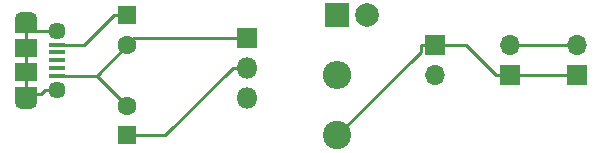
<source format=gtl>
G04 #@! TF.FileFunction,Copper,L1,Top,Signal*
%FSLAX46Y46*%
G04 Gerber Fmt 4.6, Leading zero omitted, Abs format (unit mm)*
G04 Created by KiCad (PCBNEW 4.0.7) date Friday, 14 September '14e' 2018 'PM' 'le44' 22:03:44*
%MOMM*%
%LPD*%
G01*
G04 APERTURE LIST*
%ADD10C,0.100000*%
%ADD11R,1.600000X1.600000*%
%ADD12C,1.600000*%
%ADD13R,2.000000X2.000000*%
%ADD14C,2.000000*%
%ADD15R,1.900000X1.500000*%
%ADD16C,1.450000*%
%ADD17R,1.350000X0.400000*%
%ADD18O,1.900000X1.200000*%
%ADD19R,1.900000X1.200000*%
%ADD20R,1.700000X1.700000*%
%ADD21O,1.700000X1.700000*%
%ADD22C,2.400000*%
%ADD23O,2.400000X2.400000*%
%ADD24R,1.800000X1.800000*%
%ADD25O,1.800000X1.800000*%
%ADD26C,0.250000*%
G04 APERTURE END LIST*
D10*
D11*
X119380000Y-73660000D03*
D12*
X119380000Y-76160000D03*
D11*
X119380000Y-83820000D03*
D12*
X119380000Y-81320000D03*
D13*
X137160000Y-73660000D03*
D14*
X139700000Y-73660000D03*
D15*
X110775000Y-78470000D03*
D16*
X113475000Y-74970000D03*
D17*
X113475000Y-76820000D03*
X113475000Y-76170000D03*
X113475000Y-78770000D03*
X113475000Y-78120000D03*
X113475000Y-77470000D03*
D16*
X113475000Y-79970000D03*
D15*
X110775000Y-76470000D03*
D18*
X110775000Y-73970000D03*
X110775000Y-80970000D03*
D19*
X110775000Y-80370000D03*
X110775000Y-74570000D03*
D20*
X145415000Y-76200000D03*
D21*
X145415000Y-78740000D03*
D22*
X137160000Y-83820000D03*
D23*
X137160000Y-78740000D03*
D20*
X151765000Y-78740000D03*
D21*
X151765000Y-76200000D03*
D20*
X157480000Y-78740000D03*
D21*
X157480000Y-76200000D03*
D24*
X129540000Y-75565000D03*
D25*
X129540000Y-78105000D03*
X129540000Y-80645000D03*
D26*
X115744700Y-76170000D02*
X118254700Y-73660000D01*
X113475000Y-76170000D02*
X115744700Y-76170000D01*
X119380000Y-73660000D02*
X118254700Y-73660000D01*
X157480000Y-76200000D02*
X151765000Y-76200000D01*
X113475000Y-78770000D02*
X116830000Y-78770000D01*
X116830000Y-78770000D02*
X119380000Y-81320000D01*
X119975000Y-75565000D02*
X119380000Y-76160000D01*
X129540000Y-75565000D02*
X119975000Y-75565000D01*
X119380000Y-76220000D02*
X116830000Y-78770000D01*
X119380000Y-76160000D02*
X119380000Y-76220000D01*
X157480000Y-78740000D02*
X151765000Y-78740000D01*
X151765000Y-78740000D02*
X150589700Y-78740000D01*
X148049700Y-76200000D02*
X145415000Y-76200000D01*
X150589700Y-78740000D02*
X148049700Y-76200000D01*
X144239700Y-76740300D02*
X144239700Y-76200000D01*
X137160000Y-83820000D02*
X144239700Y-76740300D01*
X145415000Y-76200000D02*
X144239700Y-76200000D01*
X122599700Y-83820000D02*
X119380000Y-83820000D01*
X128314700Y-78105000D02*
X122599700Y-83820000D01*
X129540000Y-78105000D02*
X128314700Y-78105000D01*
X110775000Y-78470000D02*
X110775000Y-79545300D01*
X110775000Y-80370000D02*
X110775000Y-80970000D01*
X110775000Y-80370000D02*
X110775000Y-79545300D01*
X112450300Y-79970000D02*
X112050300Y-80370000D01*
X113475000Y-79970000D02*
X112450300Y-79970000D01*
X110775000Y-80370000D02*
X112050300Y-80370000D01*
X110775000Y-74570000D02*
X110775000Y-73970000D01*
X110775000Y-75932300D02*
X110775000Y-75394700D01*
X110775000Y-75932300D02*
X110775000Y-76470000D01*
X110775000Y-76470000D02*
X110775000Y-78470000D01*
X110775000Y-74970000D02*
X113475000Y-74970000D01*
X110775000Y-74570000D02*
X110775000Y-74970000D01*
X110775000Y-74970000D02*
X110775000Y-75394700D01*
M02*

</source>
